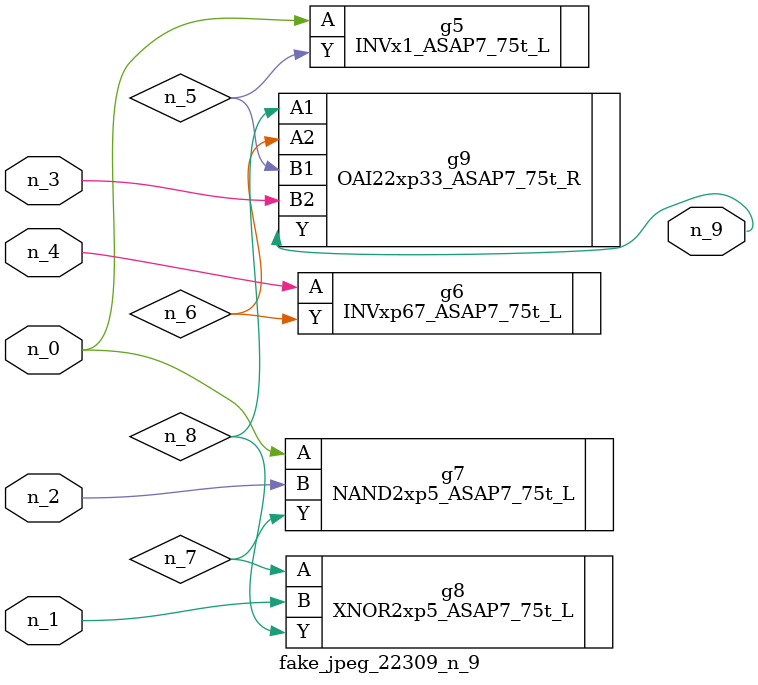
<source format=v>
module fake_jpeg_22309_n_9 (n_3, n_2, n_1, n_0, n_4, n_9);

input n_3;
input n_2;
input n_1;
input n_0;
input n_4;

output n_9;

wire n_8;
wire n_6;
wire n_5;
wire n_7;

INVx1_ASAP7_75t_L g5 ( 
.A(n_0),
.Y(n_5)
);

INVxp67_ASAP7_75t_L g6 ( 
.A(n_4),
.Y(n_6)
);

NAND2xp5_ASAP7_75t_L g7 ( 
.A(n_0),
.B(n_2),
.Y(n_7)
);

XNOR2xp5_ASAP7_75t_L g8 ( 
.A(n_7),
.B(n_1),
.Y(n_8)
);

OAI22xp33_ASAP7_75t_R g9 ( 
.A1(n_8),
.A2(n_6),
.B1(n_5),
.B2(n_3),
.Y(n_9)
);


endmodule
</source>
